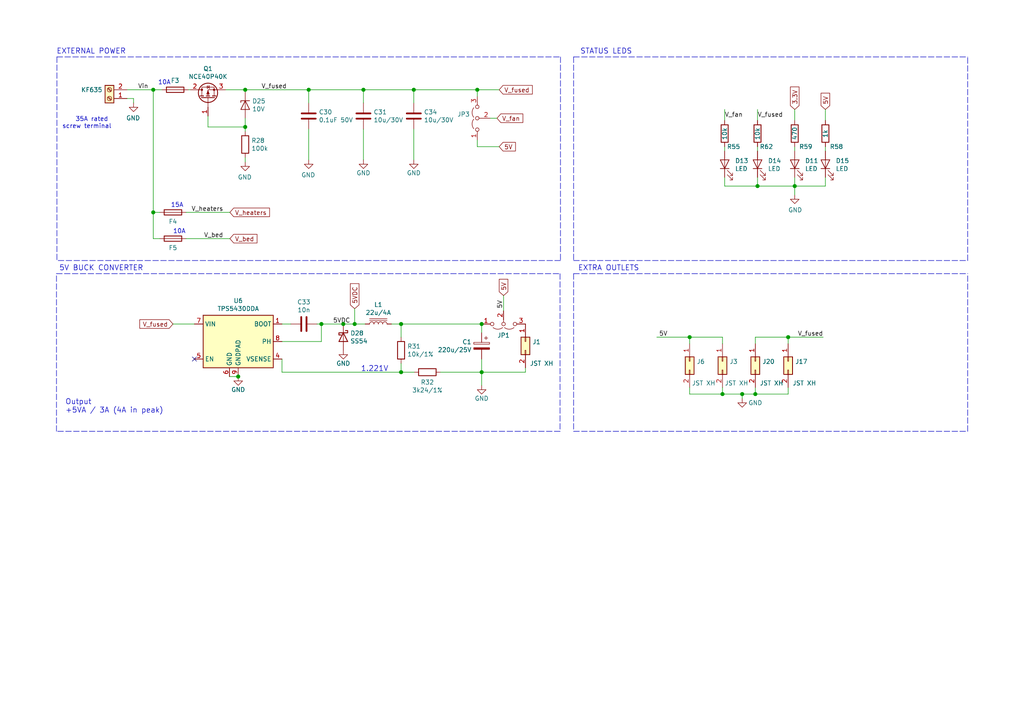
<source format=kicad_sch>
(kicad_sch (version 20210126) (generator eeschema)
  (paper "A4")
  (lib_symbols
    (symbol "Connector:Screw_Terminal_01x02" (pin_names hide)
      (property "Reference" "J" (at 0 2.54 0))
      (property "Value" "Screw_Terminal_01x02" (at 0 -5.08 0))
      (symbol "Screw_Terminal_01x02_1_1"
        (circle (center 0 -2.54) (radius 0.635))
        (circle (center 0 0) (radius 0.635))
        (rectangle (start -1.27 1.27) (end 1.27 -3.81) (stroke (width 0.254)) (fill (type background)))
        (polyline (pts (xy -0.5334 -2.2098) (xy 0.3302 -3.048)))
        (polyline (pts (xy -0.5334 0.3302) (xy 0.3302 -0.508)))
        (polyline (pts (xy -0.3556 -2.032) (xy 0.508 -2.8702)))
        (polyline (pts (xy -0.3556 0.508) (xy 0.508 -0.3302)))
        (pin passive line (at -5.08 0 0) (length 3.81) (name "Pin_1") (number "1"))
        (pin passive line (at -5.08 -2.54 0) (length 3.81) (name "Pin_2") (number "2"))
      )
    )
    (symbol "Connector_Generic:Conn_02x01" (pin_names hide)
      (property "Reference" "J" (at 1.27 2.54 0))
      (property "Value" "Conn_02x01" (at 1.27 -2.54 0))
      (symbol "Conn_02x01_1_1"
        (rectangle (start -1.27 0.127) (end 0 -0.127))
        (rectangle (start -1.27 1.27) (end 3.81 -1.27) (stroke (width 0.254)) (fill (type background)))
        (rectangle (start 3.81 0.127) (end 2.54 -0.127))
        (pin passive line (at -5.08 0 0) (length 3.81) (name "Pin_1") (number "1"))
        (pin passive line (at 7.62 0 180) (length 3.81) (name "Pin_2") (number "2"))
      )
    )
    (symbol "Device:C" (pin_numbers hide) (pin_names (offset 0.254))
      (property "Reference" "C" (at 0.635 2.54 0))
      (property "Value" "C" (at 0.635 -2.54 0))
      (symbol "C_0_1"
        (polyline (pts (xy -2.032 -0.762) (xy 2.032 -0.762)) (stroke (width 0.508)))
        (polyline (pts (xy -2.032 0.762) (xy 2.032 0.762)) (stroke (width 0.508)))
      )
      (symbol "C_1_1"
        (pin passive line (at 0 3.81 270) (length 2.794) (name "~") (number "1"))
        (pin passive line (at 0 -3.81 90) (length 2.794) (name "~") (number "2"))
      )
    )
    (symbol "Device:CP" (pin_numbers hide) (pin_names (offset 0.254))
      (property "Reference" "C" (at 0.635 2.54 0))
      (property "Value" "CP" (at 0.635 -2.54 0))
      (symbol "CP_0_1"
        (rectangle (start -2.286 0.508) (end 2.286 1.016))
        (rectangle (start 2.286 -0.508) (end -2.286 -1.016) (fill (type outline)))
        (polyline (pts (xy -1.778 2.286) (xy -0.762 2.286)))
        (polyline (pts (xy -1.27 2.794) (xy -1.27 1.778)))
      )
      (symbol "CP_1_1"
        (pin passive line (at 0 3.81 270) (length 2.794) (name "~") (number "1"))
        (pin passive line (at 0 -3.81 90) (length 2.794) (name "~") (number "2"))
      )
    )
    (symbol "Device:D_Schottky" (pin_numbers hide) (pin_names hide)
      (property "Reference" "D" (at 0 2.54 0))
      (property "Value" "D_Schottky" (at 0 -2.54 0))
      (symbol "D_Schottky_0_1"
        (polyline (pts (xy 1.27 0) (xy -1.27 0)))
        (polyline (pts (xy 1.27 1.27) (xy 1.27 -1.27) (xy -1.27 0) (xy 1.27 1.27)) (stroke (width 0.254)))
        (polyline (pts (xy -1.905 0.635) (xy -1.905 1.27) (xy -1.27 1.27) (xy -1.27 -1.27) (xy -0.635 -1.27) (xy -0.635 -0.635)) (stroke (width 0.254)))
      )
      (symbol "D_Schottky_1_1"
        (pin passive line (at -3.81 0 0) (length 2.54) (name "K") (number "1"))
        (pin passive line (at 3.81 0 180) (length 2.54) (name "A") (number "2"))
      )
    )
    (symbol "Device:D_Zener" (pin_numbers hide) (pin_names hide)
      (property "Reference" "D" (at 0 2.54 0))
      (property "Value" "D_Zener" (at 0 -2.54 0))
      (symbol "D_Zener_0_1"
        (polyline (pts (xy 1.27 0) (xy -1.27 0)))
        (polyline (pts (xy -1.27 -1.27) (xy -1.27 1.27) (xy -0.762 1.27)) (stroke (width 0.2032)))
        (polyline (pts (xy 1.27 -1.27) (xy 1.27 1.27) (xy -1.27 0) (xy 1.27 -1.27)) (stroke (width 0.2032)))
      )
      (symbol "D_Zener_1_1"
        (pin passive line (at -3.81 0 0) (length 2.54) (name "K") (number "1"))
        (pin passive line (at 3.81 0 180) (length 2.54) (name "A") (number "2"))
      )
    )
    (symbol "Device:Fuse" (pin_numbers hide) (pin_names (offset 0))
      (property "Reference" "F" (at 2.032 0 90))
      (property "Value" "Fuse" (at -1.905 0 90))
      (symbol "Fuse_0_1"
        (rectangle (start -0.762 -2.54) (end 0.762 2.54) (stroke (width 0.254)))
        (polyline (pts (xy 0 2.54) (xy 0 -2.54)))
      )
      (symbol "Fuse_1_1"
        (pin passive line (at 0 3.81 270) (length 1.27) (name "~") (number "1"))
        (pin passive line (at 0 -3.81 90) (length 1.27) (name "~") (number "2"))
      )
    )
    (symbol "Device:LED" (pin_numbers hide) (pin_names hide)
      (property "Reference" "D" (at 0 2.54 0))
      (property "Value" "LED" (at 0 -2.54 0))
      (symbol "LED_0_1"
        (polyline (pts (xy -1.27 -1.27) (xy -1.27 1.27)) (stroke (width 0.2032)))
        (polyline (pts (xy -1.27 0) (xy 1.27 0)))
        (polyline (pts (xy 1.27 -1.27) (xy 1.27 1.27) (xy -1.27 0) (xy 1.27 -1.27)) (stroke (width 0.2032)))
        (polyline (pts (xy -3.048 -0.762) (xy -4.572 -2.286) (xy -3.81 -2.286) (xy -4.572 -2.286) (xy -4.572 -1.524)))
        (polyline (pts (xy -1.778 -0.762) (xy -3.302 -2.286) (xy -2.54 -2.286) (xy -3.302 -2.286) (xy -3.302 -1.524)))
      )
      (symbol "LED_1_1"
        (pin passive line (at -3.81 0 0) (length 2.54) (name "K") (number "1"))
        (pin passive line (at 3.81 0 180) (length 2.54) (name "A") (number "2"))
      )
    )
    (symbol "Device:L_Core_Iron" (pin_numbers hide) (pin_names hide)
      (property "Reference" "L" (at -1.27 0 90))
      (property "Value" "L_Core_Iron" (at 2.794 0 90))
      (symbol "L_Core_Iron_0_1"
        (arc (start 0 -2.54) (end 0 -1.27) (radius (at 0 -1.905) (length 0.635) (angles -89.9 89.9)))
        (arc (start 0 -1.27) (end 0 0) (radius (at 0 -0.635) (length 0.635) (angles -89.9 89.9)))
        (arc (start 0 0) (end 0 1.27) (radius (at 0 0.635) (length 0.635) (angles -89.9 89.9)))
        (arc (start 0 1.27) (end 0 2.54) (radius (at 0 1.905) (length 0.635) (angles -89.9 89.9)))
        (polyline (pts (xy 1.016 2.54) (xy 1.016 -2.54)))
        (polyline (pts (xy 1.524 -2.54) (xy 1.524 2.54)))
      )
      (symbol "L_Core_Iron_1_1"
        (pin passive line (at 0 3.81 270) (length 1.27) (name "1") (number "1"))
        (pin passive line (at 0 -3.81 90) (length 1.27) (name "2") (number "2"))
      )
    )
    (symbol "Device:R" (pin_numbers hide) (pin_names (offset 0))
      (property "Reference" "R" (at 2.032 0 90))
      (property "Value" "R" (at 0 0 90))
      (symbol "R_0_1"
        (rectangle (start -1.016 -2.54) (end 1.016 2.54) (stroke (width 0.254)))
      )
      (symbol "R_1_1"
        (pin passive line (at 0 3.81 270) (length 1.27) (name "~") (number "1"))
        (pin passive line (at 0 -3.81 90) (length 1.27) (name "~") (number "2"))
      )
    )
    (symbol "Jumper:Jumper_3_Open" (pin_names (offset 0) hide)
      (property "Reference" "JP" (at -2.54 -2.54 0))
      (property "Value" "Jumper_3_Open" (at 0 2.794 0))
      (symbol "Jumper_3_Open_0_0"
        (circle (center -3.302 0) (radius 0.508))
        (circle (center 0 0) (radius 0.508))
        (circle (center 3.302 0) (radius 0.508))
      )
      (symbol "Jumper_3_Open_0_1"
        (arc (start -3.048 1.016) (end -0.254 1.016) (radius (at -1.651 -0.762) (length 2.2606) (angles 128.2 51.8)))
        (arc (start 0.254 1.016) (end 3.048 1.016) (radius (at 1.651 -0.762) (length 2.2606) (angles 128.2 51.8)))
        (polyline (pts (xy 0 -0.508) (xy 0 -1.27)))
      )
      (symbol "Jumper_3_Open_1_1"
        (pin passive line (at -6.35 0 0) (length 2.54) (name "A") (number "1"))
        (pin input line (at 0 -3.81 90) (length 2.54) (name "C") (number "2"))
        (pin passive line (at 6.35 0 180) (length 2.54) (name "B") (number "3"))
      )
    )
    (symbol "Regulator_Switching:TPS5430DDA"
      (property "Reference" "U" (at -10.16 8.89 0))
      (property "Value" "TPS5430DDA" (at -1.27 8.89 0))
      (symbol "TPS5430DDA_0_1"
        (rectangle (start -10.16 7.62) (end 10.16 -7.62) (stroke (width 0.254)) (fill (type background)))
      )
      (symbol "TPS5430DDA_1_1"
        (pin input line (at 12.7 5.08 180) (length 2.54) (name "BOOT") (number "1"))
        (pin no_connect line (at -10.16 2.54 0) (length 2.54) hide (name "NC") (number "2"))
        (pin no_connect line (at -10.16 -2.54 0) (length 2.54) hide (name "NC") (number "3"))
        (pin input line (at 12.7 -5.08 180) (length 2.54) (name "VSENSE") (number "4"))
        (pin input line (at -12.7 -5.08 0) (length 2.54) (name "EN") (number "5"))
        (pin power_in line (at -2.54 -10.16 90) (length 2.54) (name "GND") (number "6"))
        (pin power_in line (at -12.7 5.08 0) (length 2.54) (name "VIN") (number "7"))
        (pin output line (at 12.7 0 180) (length 2.54) (name "PH") (number "8"))
        (pin power_in line (at 0 -10.16 90) (length 2.54) (name "GNDPAD") (number "9"))
      )
    )
    (symbol "Transistor_FET:IRF4905" (pin_names hide)
      (property "Reference" "Q" (at 5.08 1.905 0))
      (property "Value" "IRF4905" (at 5.08 0 0))
      (symbol "IRF4905_0_1"
        (circle (center 1.651 0) (radius 2.794) (stroke (width 0.254)))
        (circle (center 2.54 -1.778) (radius 0.254) (fill (type outline)))
        (circle (center 2.54 1.778) (radius 0.254) (fill (type outline)))
        (polyline (pts (xy 0.254 0) (xy -2.54 0)))
        (polyline (pts (xy 0.254 1.905) (xy 0.254 -1.905)) (stroke (width 0.254)))
        (polyline (pts (xy 0.762 -1.27) (xy 0.762 -2.286)) (stroke (width 0.254)))
        (polyline (pts (xy 0.762 0.508) (xy 0.762 -0.508)) (stroke (width 0.254)))
        (polyline (pts (xy 0.762 2.286) (xy 0.762 1.27)) (stroke (width 0.254)))
        (polyline (pts (xy 2.54 2.54) (xy 2.54 1.778)))
        (polyline (pts (xy 2.54 -2.54) (xy 2.54 0) (xy 0.762 0)))
        (polyline (pts (xy 0.762 1.778) (xy 3.302 1.778) (xy 3.302 -1.778) (xy 0.762 -1.778)))
        (polyline (pts (xy 2.286 0) (xy 1.27 0.381) (xy 1.27 -0.381) (xy 2.286 0)) (fill (type outline)))
        (polyline (pts (xy 2.794 -0.508) (xy 2.921 -0.381) (xy 3.683 -0.381) (xy 3.81 -0.254)))
        (polyline (pts (xy 3.302 -0.381) (xy 2.921 0.254) (xy 3.683 0.254) (xy 3.302 -0.381)))
      )
      (symbol "IRF4905_1_1"
        (pin input line (at -5.08 0 0) (length 2.54) (name "G") (number "1"))
        (pin passive line (at 2.54 5.08 270) (length 2.54) (name "D") (number "2"))
        (pin passive line (at 2.54 -5.08 90) (length 2.54) (name "S") (number "3"))
      )
    )
    (symbol "power:GND" (power) (pin_names (offset 0))
      (property "Value" "GND" (at 0 -3.81 0))
      (symbol "GND_0_1"
        (polyline (pts (xy 0 0) (xy 0 -1.27) (xy 1.27 -1.27) (xy 0 -2.54) (xy -1.27 -1.27) (xy 0 -1.27)))
      )
      (symbol "GND_1_1"
        (pin power_in line (at 0 0 270) (length 0) hide (name "GND") (number "1"))
      )
    )
  )
  (junction (at 44.45 26.035) (diameter 1.016))
  (junction (at 44.45 61.595) (diameter 1.016))
  (junction (at 69.088 109.22) (diameter 1.016))
  (junction (at 71.12 26.035) (diameter 1.016))
  (junction (at 71.12 36.83) (diameter 1.016))
  (junction (at 89.535 26.035) (diameter 1.016))
  (junction (at 93.218 93.98) (diameter 1.016))
  (junction (at 99.568 93.98) (diameter 1.016))
  (junction (at 102.87 93.98) (diameter 1.016))
  (junction (at 105.41 26.035) (diameter 1.016))
  (junction (at 116.332 93.98) (diameter 1.016))
  (junction (at 116.332 107.95) (diameter 1.016))
  (junction (at 120.015 26.035) (diameter 1.016))
  (junction (at 138.43 26.035) (diameter 1.016))
  (junction (at 139.7 93.98) (diameter 1.016))
  (junction (at 139.7 107.95) (diameter 1.016))
  (junction (at 200.025 97.79) (diameter 1.016))
  (junction (at 209.55 114.3) (diameter 1.016))
  (junction (at 215.265 114.3) (diameter 1.016))
  (junction (at 219.075 114.3) (diameter 1.016))
  (junction (at 219.71 53.975) (diameter 1.016))
  (junction (at 228.6 97.79) (diameter 1.016))
  (junction (at 230.505 53.975) (diameter 1.016))
  (no_connect (at 56.388 104.14))
  (wire (pts (xy 36.83 28.575) (xy 38.735 28.575)))
  (wire (pts (xy 38.735 28.575) (xy 38.735 29.845)))
  (wire (pts (xy 44.45 26.035) (xy 36.83 26.035)))
  (wire (pts (xy 44.45 61.595) (xy 44.45 26.035)))
  (wire (pts (xy 44.45 61.595) (xy 46.355 61.595)))
  (wire (pts (xy 44.45 69.215) (xy 44.45 61.595)))
  (wire (pts (xy 46.355 69.215) (xy 44.45 69.215)))
  (wire (pts (xy 46.99 26.035) (xy 44.45 26.035)))
  (wire (pts (xy 50.165 93.98) (xy 56.388 93.98)))
  (wire (pts (xy 53.975 61.595) (xy 66.675 61.595)))
  (wire (pts (xy 53.975 69.215) (xy 66.675 69.215)))
  (wire (pts (xy 54.61 26.035) (xy 55.245 26.035)))
  (wire (pts (xy 60.325 33.655) (xy 60.325 36.83)))
  (wire (pts (xy 60.325 36.83) (xy 71.12 36.83)))
  (wire (pts (xy 65.405 26.035) (xy 71.12 26.035)))
  (wire (pts (xy 66.548 109.22) (xy 69.088 109.22)))
  (wire (pts (xy 71.12 26.035) (xy 89.535 26.035)))
  (wire (pts (xy 71.12 26.67) (xy 71.12 26.035)))
  (wire (pts (xy 71.12 36.83) (xy 71.12 34.29)))
  (wire (pts (xy 71.12 38.1) (xy 71.12 36.83)))
  (wire (pts (xy 71.12 46.99) (xy 71.12 45.72)))
  (wire (pts (xy 81.788 93.98) (xy 84.328 93.98)))
  (wire (pts (xy 81.788 107.95) (xy 81.788 104.14)))
  (wire (pts (xy 81.788 107.95) (xy 116.332 107.95)))
  (wire (pts (xy 89.535 26.035) (xy 105.41 26.035)))
  (wire (pts (xy 89.535 29.845) (xy 89.535 26.035)))
  (wire (pts (xy 89.535 37.465) (xy 89.535 46.355)))
  (wire (pts (xy 91.948 93.98) (xy 93.218 93.98)))
  (wire (pts (xy 93.218 93.98) (xy 93.218 99.06)))
  (wire (pts (xy 93.218 93.98) (xy 99.568 93.98)))
  (wire (pts (xy 93.218 99.06) (xy 81.788 99.06)))
  (wire (pts (xy 99.568 93.98) (xy 102.87 93.98)))
  (wire (pts (xy 102.87 89.535) (xy 102.87 93.98)))
  (wire (pts (xy 102.87 93.98) (xy 105.918 93.98)))
  (wire (pts (xy 105.41 26.035) (xy 120.015 26.035)))
  (wire (pts (xy 105.41 29.845) (xy 105.41 26.035)))
  (wire (pts (xy 105.41 37.465) (xy 105.41 46.355)))
  (wire (pts (xy 113.538 93.98) (xy 116.332 93.98)))
  (wire (pts (xy 116.332 93.98) (xy 116.332 97.79)))
  (wire (pts (xy 116.332 93.98) (xy 139.7 93.98)))
  (wire (pts (xy 116.332 105.41) (xy 116.332 107.95)))
  (wire (pts (xy 116.332 107.95) (xy 120.142 107.95)))
  (wire (pts (xy 120.015 26.035) (xy 138.43 26.035)))
  (wire (pts (xy 120.015 29.845) (xy 120.015 26.035)))
  (wire (pts (xy 120.015 37.465) (xy 120.015 46.355)))
  (wire (pts (xy 127.762 107.95) (xy 139.7 107.95)))
  (wire (pts (xy 138.43 26.035) (xy 138.43 27.94)))
  (wire (pts (xy 138.43 26.035) (xy 144.78 26.035)))
  (wire (pts (xy 138.43 42.545) (xy 138.43 40.64)))
  (wire (pts (xy 139.7 93.98) (xy 139.7 96.52)))
  (wire (pts (xy 139.7 104.14) (xy 139.7 107.95)))
  (wire (pts (xy 139.7 107.95) (xy 139.7 111.76)))
  (wire (pts (xy 144.145 34.29) (xy 142.24 34.29)))
  (wire (pts (xy 144.78 42.545) (xy 138.43 42.545)))
  (wire (pts (xy 146.05 85.725) (xy 146.05 90.17)))
  (wire (pts (xy 152.4 106.68) (xy 152.4 107.95)))
  (wire (pts (xy 152.4 107.95) (xy 139.7 107.95)))
  (wire (pts (xy 190.5 97.79) (xy 200.025 97.79)))
  (wire (pts (xy 200.025 97.79) (xy 209.55 97.79)))
  (wire (pts (xy 200.025 99.695) (xy 200.025 97.79)))
  (wire (pts (xy 200.025 112.395) (xy 200.025 114.3)))
  (wire (pts (xy 200.025 114.3) (xy 209.55 114.3)))
  (wire (pts (xy 209.55 99.695) (xy 209.55 97.79)))
  (wire (pts (xy 209.55 112.395) (xy 209.55 114.3)))
  (wire (pts (xy 209.55 114.3) (xy 215.265 114.3)))
  (wire (pts (xy 210.185 34.925) (xy 210.185 31.75)))
  (wire (pts (xy 210.185 42.545) (xy 210.185 43.815)))
  (wire (pts (xy 210.185 51.435) (xy 210.185 53.975)))
  (wire (pts (xy 210.185 53.975) (xy 219.71 53.975)))
  (wire (pts (xy 215.265 114.3) (xy 215.265 115.57)))
  (wire (pts (xy 215.265 114.3) (xy 219.075 114.3)))
  (wire (pts (xy 219.075 97.79) (xy 219.075 99.695)))
  (wire (pts (xy 219.075 97.79) (xy 228.6 97.79)))
  (wire (pts (xy 219.075 114.3) (xy 219.075 112.395)))
  (wire (pts (xy 219.075 114.3) (xy 228.6 114.3)))
  (wire (pts (xy 219.71 34.925) (xy 219.71 31.75)))
  (wire (pts (xy 219.71 42.545) (xy 219.71 43.815)))
  (wire (pts (xy 219.71 53.975) (xy 219.71 51.435)))
  (wire (pts (xy 219.71 53.975) (xy 230.505 53.975)))
  (wire (pts (xy 228.6 97.79) (xy 238.76 97.79)))
  (wire (pts (xy 228.6 99.695) (xy 228.6 97.79)))
  (wire (pts (xy 228.6 114.3) (xy 228.6 112.395)))
  (wire (pts (xy 230.505 34.925) (xy 230.505 31.75)))
  (wire (pts (xy 230.505 42.545) (xy 230.505 43.815)))
  (wire (pts (xy 230.505 51.435) (xy 230.505 53.975)))
  (wire (pts (xy 230.505 53.975) (xy 230.505 56.515)))
  (wire (pts (xy 239.395 34.925) (xy 239.395 31.75)))
  (wire (pts (xy 239.395 42.545) (xy 239.395 43.815)))
  (wire (pts (xy 239.395 53.975) (xy 230.505 53.975)))
  (wire (pts (xy 239.395 53.975) (xy 239.395 51.435)))
  (polyline (pts (xy 16.383 79.375) (xy 162.433 79.375)) (stroke (width 0) (type dash)))
  (polyline (pts (xy 16.383 125.095) (xy 16.383 79.375)) (stroke (width 0) (type dash)))
  (polyline (pts (xy 16.51 16.51) (xy 16.51 75.565)) (stroke (width 0) (type dash)))
  (polyline (pts (xy 16.51 16.51) (xy 162.56 16.51)) (stroke (width 0) (type dash)))
  (polyline (pts (xy 162.433 79.375) (xy 162.433 125.095)) (stroke (width 0) (type dash)))
  (polyline (pts (xy 162.433 125.095) (xy 16.383 125.095)) (stroke (width 0) (type dash)))
  (polyline (pts (xy 162.56 16.51) (xy 162.56 75.565)) (stroke (width 0) (type dash)))
  (polyline (pts (xy 162.56 75.565) (xy 16.51 75.565)) (stroke (width 0) (type dash)))
  (polyline (pts (xy 166.37 16.51) (xy 166.37 75.565)) (stroke (width 0) (type dash)))
  (polyline (pts (xy 166.37 16.51) (xy 280.67 16.51)) (stroke (width 0) (type dash)))
  (polyline (pts (xy 166.37 75.565) (xy 280.67 75.565)) (stroke (width 0) (type dash)))
  (polyline (pts (xy 166.37 79.375) (xy 166.37 125.095)) (stroke (width 0) (type dash)))
  (polyline (pts (xy 166.37 79.375) (xy 280.67 79.375)) (stroke (width 0) (type dash)))
  (polyline (pts (xy 166.37 125.095) (xy 280.67 125.095)) (stroke (width 0) (type dash)))
  (polyline (pts (xy 280.67 75.565) (xy 280.67 16.51)) (stroke (width 0) (type dash)))
  (polyline (pts (xy 280.67 125.095) (xy 280.67 79.375)) (stroke (width 0) (type dash)))
  (text "EXTERNAL POWER\n" (at 16.383 15.875 0) (effects (font (size 1.524 1.524)) (justify left bottom)))
  (text "5V BUCK CONVERTER\n" (at 17.145 78.74 0) (effects (font (size 1.524 1.524)) (justify left bottom)))
  (text "Output\n+5VA / 3A (4A in peak)" (at 18.923 120.015 0) (effects (font (size 1.524 1.524)) (justify left bottom)))
  (text "35A rated \nscrew terminal" (at 32.385 37.465 180) (effects (font (size 1.27 1.27)) (justify right bottom)))
  (text "10A" (at 49.53 24.765 180) (effects (font (size 1.27 1.27)) (justify right bottom)))
  (text "15A" (at 49.53 60.325 0) (effects (font (size 1.27 1.27)) (justify left bottom)))
  (text "10A" (at 50.165 67.945 0) (effects (font (size 1.27 1.27)) (justify left bottom)))
  (text "1.221V\n" (at 104.648 107.95 0) (effects (font (size 1.524 1.524)) (justify left bottom)))
  (text "EXTRA OUTLETS\n" (at 167.64 78.74 0) (effects (font (size 1.524 1.524)) (justify left bottom)))
  (text "STATUS LEDS\n" (at 168.275 15.875 0) (effects (font (size 1.524 1.524)) (justify left bottom)))
  (label "Vin" (at 40.005 26.035 0))
  (label "V_heaters" (at 64.77 61.595 180))
  (label "V_bed" (at 64.77 69.215 180))
  (label "V_fused" (at 83.185 26.035 180))
  (label "5VDC" (at 101.6 93.98 180))
  (label "5V" (at 146.05 86.995 270))
  (label "5V" (at 191.135 97.79 0))
  (label "V_fan" (at 210.185 34.29 0))
  (label "V_fused" (at 219.71 34.29 0))
  (label "V_fused" (at 238.76 97.79 180))
  (global_label "V_fused" (shape input) (at 50.165 93.98 180) (property "Intersheet References" "${INTERSHEET_REFS}" (effects hide)))
  (global_label "V_heaters" (shape input) (at 66.675 61.595 0) (property "Intersheet References" "${INTERSHEET_REFS}" (effects hide)))
  (global_label "V_bed" (shape input) (at 66.675 69.215 0) (property "Intersheet References" "${INTERSHEET_REFS}" (effects hide)))
  (global_label "5VDC" (shape input) (at 102.87 89.535 90) (property "Intersheet References" "${INTERSHEET_REFS}" (effects hide)))
  (global_label "V_fan" (shape input) (at 144.145 34.29 0) (property "Intersheet References" "${INTERSHEET_REFS}" (effects hide)))
  (global_label "V_fused" (shape input) (at 144.78 26.035 0) (property "Intersheet References" "${INTERSHEET_REFS}" (effects hide)))
  (global_label "5V" (shape input) (at 144.78 42.545 0) (property "Intersheet References" "${INTERSHEET_REFS}" (effects hide)))
  (global_label "5V" (shape input) (at 146.05 85.725 90) (property "Intersheet References" "${INTERSHEET_REFS}" (effects hide)))
  (global_label "3.3V" (shape input) (at 230.505 31.75 90) (property "Intersheet References" "${INTERSHEET_REFS}" (effects hide)))
  (global_label "5V" (shape input) (at 239.395 31.75 90) (property "Intersheet References" "${INTERSHEET_REFS}" (effects hide)))
  (symbol (lib_id "power:GND") (at 38.735 29.845 0) (mirror y) (unit 1)
    (property "Reference" "#PWR019" (effects hide))
    (property "Value" "GND" (at 38.608 34.2392 0))
  )
  (symbol (lib_id "power:GND") (at 69.088 109.22 0) (unit 1)
    (property "Reference" "#PWR06" (effects hide))
    (property "Value" "GND" (at 69.088 113.03 0))
  )
  (symbol (lib_id "power:GND") (at 71.12 46.99 0) (mirror y) (unit 1)
    (property "Reference" "#PWR049" (effects hide))
    (property "Value" "GND" (at 70.993 51.3842 0))
  )
  (symbol (lib_id "power:GND") (at 89.535 46.355 0) (mirror y) (unit 1)
    (property "Reference" "#PWR0121" (effects hide))
    (property "Value" "GND" (at 89.408 50.7492 0))
  )
  (symbol (lib_id "power:GND") (at 99.568 101.6 0) (unit 1)
    (property "Reference" "#PWR02" (effects hide))
    (property "Value" "GND" (at 99.568 105.41 0))
  )
  (symbol (lib_id "power:GND") (at 105.41 46.355 0) (unit 1)
    (property "Reference" "#PWR05" (effects hide))
    (property "Value" "GND" (at 105.41 50.165 0))
  )
  (symbol (lib_id "power:GND") (at 120.015 46.355 0) (unit 1)
    (property "Reference" "#PWR03" (effects hide))
    (property "Value" "GND" (at 120.015 50.165 0))
  )
  (symbol (lib_id "power:GND") (at 139.7 111.76 0) (unit 1)
    (property "Reference" "#PWR013" (effects hide))
    (property "Value" "GND" (at 139.7 115.57 0))
  )
  (symbol (lib_id "power:GND") (at 215.265 115.57 0) (unit 1)
    (property "Reference" "#PWR075" (effects hide))
    (property "Value" "GND" (at 219.075 116.84 0))
  )
  (symbol (lib_id "power:GND") (at 230.505 56.515 0) (unit 1)
    (property "Reference" "#PWR017" (effects hide))
    (property "Value" "GND" (at 230.632 60.9092 0))
  )
  (symbol (lib_id "Device:Fuse") (at 50.165 61.595 90) (unit 1)
    (property "Reference" "F4" (at 50.165 64.262 90))
    (property "Value" "Fuse" (effects hide))
    (property "Footprint" "PrntrBoardV2:2410_FuseFolder" (effects hide))
    (property "TME Part#" "A" (effects hide))
  )
  (symbol (lib_id "Device:Fuse") (at 50.165 69.215 90) (unit 1)
    (property "Reference" "F5" (at 50.165 71.882 90))
    (property "Value" "Fuse" (effects hide))
    (property "Footprint" "PrntrBoardV2:2410_FuseFolder" (effects hide))
    (property "TME Part#" "A" (effects hide))
  )
  (symbol (lib_id "Device:Fuse") (at 50.8 26.035 90) (mirror x) (unit 1)
    (property "Reference" "F3" (at 50.8 23.3616 90))
    (property "Value" "Fuse" (effects hide))
    (property "Footprint" "PrntrBoardV2:2410_FuseFolder" (effects hide))
    (property "TME Part#" "A" (effects hide))
  )
  (symbol (lib_id "Device:L_Core_Iron") (at 109.728 93.98 270) (mirror x) (unit 1)
    (property "Reference" "L1" (at 109.728 88.3728 90))
    (property "Value" "22u/4A" (at 109.728 90.6715 90))
    (property "Footprint" "Inductor_THT:L_Radial_D9.5mm_P5.00mm_Fastron_07HVP" (effects hide))
    (property "Datasheet" "COIL0812-0.022" (effects hide))
    (property "TME Part#" "COIL0812-0.022" (effects hide))
    (property "THT" "T" (effects hide))
  )
  (symbol (lib_id "Device:R") (at 71.12 41.91 0) (mirror y) (unit 1)
    (property "Reference" "R28" (at 72.8981 40.7606 0) (effects (justify right)))
    (property "Value" "100k" (at 72.8981 43.0593 0) (effects (justify right)))
    (property "Footprint" "Resistor_SMD:R_0402_1005Metric" (effects hide))
    (property "LCSC Part#" "C25741" (effects hide))
    (property "Part #" "0402WGF1003TCE" (effects hide))
  )
  (symbol (lib_id "Device:R") (at 116.332 101.6 0) (mirror x) (unit 1)
    (property "Reference" "R31" (at 118.1101 100.4506 0) (effects (justify left)))
    (property "Value" "10k/1%" (at 118.1101 102.7493 0) (effects (justify left)))
    (property "Footprint" "Resistor_SMD:R_0402_1005Metric" (effects hide))
    (property "LCSC Part#" "C25744" (effects hide))
    (property "Part #" "0402WGF1002TCE" (effects hide))
    (property "LCSC Part#" "C25744" (effects hide))
  )
  (symbol (lib_id "Device:R") (at 123.952 107.95 90) (mirror x) (unit 1)
    (property "Reference" "R32" (at 123.952 110.8774 90))
    (property "Value" "3k24/1%" (at 123.952 113.1761 90))
    (property "Footprint" "Resistor_SMD:R_0402_1005Metric" (effects hide))
    (property "TME Part#" "CRCW06033K24FKTABC" (effects hide))
    (property "Part #" "0402WGF3241TCE" (effects hide))
    (property "LCSC Part#" "C11457" (effects hide))
  )
  (symbol (lib_id "Device:R") (at 210.185 38.735 0) (unit 1)
    (property "Reference" "R55" (at 210.82 42.545 0) (effects (justify left)))
    (property "Value" "10k" (at 210.185 40.64 90) (effects (justify left)))
    (property "Footprint" "Resistor_SMD:R_0402_1005Metric" (effects hide))
    (property "Part #" "0402WGF1002TCE" (effects hide))
    (property "LCSC Part#" "C25744" (effects hide))
  )
  (symbol (lib_id "Device:R") (at 219.71 38.735 0) (unit 1)
    (property "Reference" "R62" (at 220.345 42.545 0) (effects (justify left)))
    (property "Value" "10k" (at 219.71 40.64 90) (effects (justify left)))
    (property "Footprint" "Resistor_SMD:R_0402_1005Metric" (effects hide))
    (property "Part #" "0402WGF1002TCE" (effects hide))
    (property "LCSC Part#" "C25744" (effects hide))
  )
  (symbol (lib_id "Device:R") (at 230.505 38.735 0) (unit 1)
    (property "Reference" "R59" (at 231.775 42.545 0) (effects (justify left)))
    (property "Value" "470" (at 230.505 40.64 90) (effects (justify left)))
    (property "Footprint" "Resistor_SMD:R_0402_1005Metric" (effects hide))
    (property "Part #" "0402WGF4700TCE" (effects hide))
    (property "LCSC Part#" "C25117" (effects hide))
  )
  (symbol (lib_id "Device:R") (at 239.395 38.735 0) (unit 1)
    (property "Reference" "R58" (at 240.665 42.545 0) (effects (justify left)))
    (property "Value" "1k" (at 239.395 40.005 90) (effects (justify left)))
    (property "Footprint" "Resistor_SMD:R_0402_1005Metric" (effects hide))
    (property "Part #" "0402WGF1001TCE" (effects hide))
    (property "LCSC Part#" "C11702" (effects hide))
  )
  (symbol (lib_id "Device:D_Zener") (at 71.12 30.48 90) (mirror x) (unit 1)
    (property "Reference" "D25" (at 73.1267 29.3306 90) (effects (justify right)))
    (property "Value" "10V" (at 73.1267 31.6293 90) (effects (justify right)))
    (property "Footprint" "Diode_SMD:D_SOD-323" (effects hide))
    (property "Datasheet" "https://datasheet.lcsc.com/szlcsc/Leshan-Radio-LM3Z10VT1G_C131828.pdf" (effects hide))
    (property "LCSC Part#" "C131828" (effects hide))
    (property "Part #" "LM3Z10VT1G" (effects hide))
  )
  (symbol (lib_id "Device:D_Schottky") (at 99.568 97.79 270) (unit 1)
    (property "Reference" "D28" (at 101.6001 96.6406 90) (effects (justify left)))
    (property "Value" "SS54" (at 101.6001 98.9393 90) (effects (justify left)))
    (property "Footprint" "Diode_SMD:D_SMA" (effects hide))
    (property "LCSC Part#" "C22452" (effects hide))
    (property "LCSC Part#" "C22452" (effects hide))
    (property "Part #" "SS54" (effects hide))
  )
  (symbol (lib_id "Device:LED") (at 210.185 47.625 90) (unit 1)
    (property "Reference" "D13" (at 213.1822 46.6344 90) (effects (justify right)))
    (property "Value" "LED" (at 213.1822 48.9458 90) (effects (justify right)))
    (property "Footprint" "PrntrBoardV2:LED_0603_1608Metric" (effects hide))
    (property "Part #" "KT-0603R" (effects hide))
    (property "LCSC Part#" "C2286" (effects hide))
  )
  (symbol (lib_id "Device:LED") (at 219.71 47.625 90) (unit 1)
    (property "Reference" "D14" (at 222.7072 46.6344 90) (effects (justify right)))
    (property "Value" "LED" (at 222.7072 48.9458 90) (effects (justify right)))
    (property "Footprint" "PrntrBoardV2:LED_0603_1608Metric" (effects hide))
    (property "Part #" "KT-0603R" (effects hide))
    (property "LCSC Part#" "C2286" (effects hide))
  )
  (symbol (lib_id "Device:LED") (at 230.505 47.625 90) (unit 1)
    (property "Reference" "D11" (at 233.4768 46.6344 90) (effects (justify right)))
    (property "Value" "LED" (at 233.4768 48.9458 90) (effects (justify right)))
    (property "Footprint" "PrntrBoardV2:LED_0603_1608Metric" (effects hide))
    (property "Part #" "KT-0603R" (effects hide))
    (property "LCSC Part#" "C2286" (effects hide))
  )
  (symbol (lib_id "Device:LED") (at 239.395 47.625 90) (unit 1)
    (property "Reference" "D15" (at 242.3922 46.6344 90) (effects (justify right)))
    (property "Value" "LED" (at 242.3922 48.9458 90) (effects (justify right)))
    (property "Footprint" "PrntrBoardV2:LED_0603_1608Metric" (effects hide))
    (property "Part #" "KT-0603R" (effects hide))
    (property "LCSC Part#" "C2286" (effects hide))
  )
  (symbol (lib_id "Connector:Screw_Terminal_01x02") (at 31.75 28.575 180) (unit 1)
    (property "Reference" "J_power_in1" (effects hide))
    (property "Value" "KF635" (at 29.718 26.0604 0) (effects (justify left)))
    (property "Footprint" "TerminalBlock_MetzConnect:TerminalBlock_MetzConnect_Type701_RT11L02HGLU_1x02_P6.35mm_Horizontal" (effects hide))
    (property "THT" "T" (effects hide))
    (property "TME Part#" "A" (effects hide))
  )
  (symbol (lib_id "Device:C") (at 88.138 93.98 270) (mirror x) (unit 1)
    (property "Reference" "C33" (at 88.138 87.6108 90))
    (property "Value" "10n" (at 88.138 89.9095 90))
    (property "Footprint" "Capacitor_SMD:C_0402_1005Metric" (effects hide))
    (property "LCSC Part#" "C15195" (effects hide))
    (property "Part #" "CL05B103KB5NNNC" (effects hide))
    (property "LCSC Part#" "C15195" (effects hide))
  )
  (symbol (lib_id "Device:C") (at 89.535 33.655 0) (mirror y) (unit 1)
    (property "Reference" "C30" (at 92.4561 32.5056 0) (effects (justify right)))
    (property "Value" "0.1uF 50V" (at 92.4561 34.8043 0) (effects (justify right)))
    (property "Footprint" "PrntrBoardV2:C_0603_1608Metric" (effects hide))
    (property "Part #" "CL05B104KO5NNNCC0603KRX7R9BB104C" (effects hide))
    (property "LCSC Part#" "C14663" (effects hide))
  )
  (symbol (lib_id "Device:C") (at 105.41 33.655 0) (unit 1)
    (property "Reference" "C31" (at 108.3311 32.5056 0) (effects (justify left)))
    (property "Value" "10u/30V" (at 108.3311 34.8043 0) (effects (justify left)))
    (property "Footprint" "Capacitor_SMD:C_2220_5650Metric" (effects hide))
    (property "TME Part#" "2220B106K500CT" (effects hide))
  )
  (symbol (lib_id "Device:C") (at 120.015 33.655 0) (unit 1)
    (property "Reference" "C34" (at 122.9361 32.5056 0) (effects (justify left)))
    (property "Value" "10u/30V" (at 122.9361 34.8043 0) (effects (justify left)))
    (property "Footprint" "Capacitor_SMD:C_2220_5650Metric" (effects hide))
    (property "TME Part#" "2220B106K500CT" (effects hide))
  )
  (symbol (lib_id "Device:CP") (at 139.7 100.33 0) (mirror y) (unit 1)
    (property "Reference" "C1" (at 136.779 99.1806 0) (effects (justify left)))
    (property "Value" "220u/25V" (at 136.779 101.4793 0) (effects (justify left)))
    (property "Footprint" "Capacitor_THT:CP_Radial_D6.3mm_P2.50mm" (effects hide))
    (property "THT" "T" (effects hide))
    (property "TME Part#" "KM220/25" (effects hide))
  )
  (symbol (lib_id "Connector_Generic:Conn_02x01") (at 152.4 99.06 270) (unit 1)
    (property "Reference" "J1" (at 154.432 99.162 90) (effects (justify left)))
    (property "Value" "JST XH" (at 153.67 105.41 90) (effects (justify left)))
    (property "Footprint" "PrntrBoardV2:TerminalBlock_Phoenix_PT-1,5-2-3.5-H_1x02_P3.50mm_Horizontal" (effects hide))
    (property "THT" "T" (effects hide))
    (property "TME Part#" "A" (effects hide))
  )
  (symbol (lib_id "Connector_Generic:Conn_02x01") (at 200.025 104.775 270) (unit 1)
    (property "Reference" "J6" (at 202.057 104.8766 90) (effects (justify left)))
    (property "Value" "JST XH" (at 200.66 111.125 90) (effects (justify left)))
    (property "Footprint" "Connector_JST:JST_XH_B2B-XH-A_1x02_P2.50mm_Vertical" (effects hide))
    (property "THT" "T" (effects hide))
    (property "TME Part#" "A" (effects hide))
  )
  (symbol (lib_id "Connector_Generic:Conn_02x01") (at 209.55 104.775 270) (unit 1)
    (property "Reference" "J3" (at 211.582 104.8766 90) (effects (justify left)))
    (property "Value" "JST XH" (at 210.185 111.125 90) (effects (justify left)))
    (property "Footprint" "Connector_JST:JST_XH_B2B-XH-A_1x02_P2.50mm_Vertical" (effects hide))
    (property "THT" "T" (effects hide))
    (property "TME Part#" "A" (effects hide))
  )
  (symbol (lib_id "Connector_Generic:Conn_02x01") (at 219.075 104.775 270) (unit 1)
    (property "Reference" "J20" (at 221.107 104.8766 90) (effects (justify left)))
    (property "Value" "JST XH" (at 220.345 111.125 90) (effects (justify left)))
    (property "Footprint" "Connector_JST:JST_XH_B2B-XH-A_1x02_P2.50mm_Vertical" (effects hide))
    (property "THT" "T" (effects hide))
    (property "TME Part#" "A" (effects hide))
  )
  (symbol (lib_id "Connector_Generic:Conn_02x01") (at 228.6 104.775 270) (unit 1)
    (property "Reference" "J17" (at 230.632 104.8766 90) (effects (justify left)))
    (property "Value" "JST XH" (at 229.87 111.125 90) (effects (justify left)))
    (property "Footprint" "Connector_JST:JST_XH_B2B-XH-A_1x02_P2.50mm_Vertical" (effects hide))
    (property "THT" "T" (effects hide))
    (property "TME Part#" "A" (effects hide))
  )
  (symbol (lib_id "Jumper:Jumper_3_Open") (at 138.43 34.29 90) (unit 1)
    (property "Reference" "JP3" (at 136.2964 33.1406 90) (effects (justify left)))
    (property "Value" "Jumper_3_Open" (effects hide))
    (property "Footprint" "Connector_PinHeader_2.54mm:PinHeader_1x03_P2.54mm_Vertical" (effects hide))
    (property "THT" "T" (effects hide))
    (property "TME Part#" "A" (effects hide))
  )
  (symbol (lib_id "Jumper:Jumper_3_Open") (at 146.05 93.98 0) (mirror x) (unit 1)
    (property "Reference" "JP1" (at 146.05 97.263 0))
    (property "Value" "Jumper_3_Open" (effects hide))
    (property "Footprint" "Connector_PinHeader_2.54mm:PinHeader_1x03_P2.54mm_Vertical" (effects hide))
    (property "THT" "T" (effects hide))
    (property "TME Part#" "A" (effects hide))
  )
  (symbol (lib_id "Transistor_FET:IRF4905") (at 60.325 28.575 90) (unit 1)
    (property "Reference" "Q1" (at 60.325 19.9198 90))
    (property "Value" "NCE40P40K" (at 60.325 22.2185 90))
    (property "Footprint" "Package_TO_SOT_SMD:TO-252-2" (effects hide))
    (property "Datasheet" "https://datasheet.lcsc.com/szlcsc/Wuxi-NCE-Power-Semiconductor-NCE40P40K_C130100.pdf" (effects hide))
    (property "LCSC Part#" "C130100" (effects hide))
    (property "Part #" "NCE40P40K" (effects hide))
  )
  (symbol (lib_id "Regulator_Switching:TPS5430DDA") (at 69.088 99.06 0) (unit 1)
    (property "Reference" "U6" (at 69.088 87.2298 0))
    (property "Value" "TPS5430DDA" (at 69.088 89.5285 0))
    (property "Footprint" "Package_SO:TI_SO-PowerPAD-8_ThermalVias" (effects hide))
    (property "Datasheet" "http://www.ti.com/lit/ds/symlink/tps5430.pdf" (effects hide))
    (property "LCSC Part#" "C9864" (effects hide))
    (property "Rotation" "-90" (effects hide))
    (property "LCSC Part#" "C9864" (effects hide))
    (property "Part #" "TPS5430DDA" (effects hide))
  )
)
</source>
